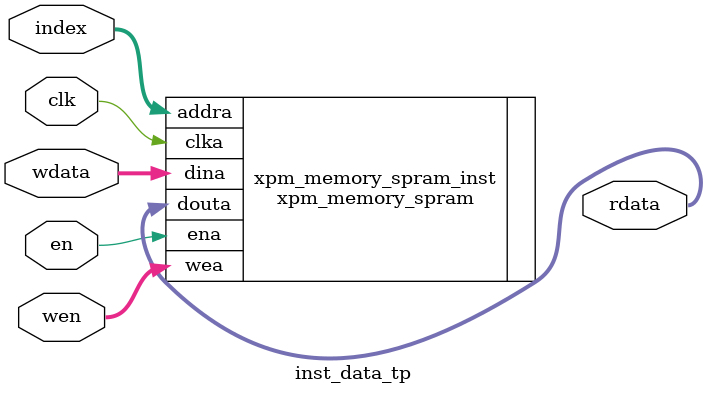
<source format=v>
`timescale 1ns / 1ps
module inst_data_tp#(
    parameter LINE  = 128,
    parameter BLOCK = 8
)(
    input                     clk  ,
    input                     en   ,
    input  [4*BLOCK-1     :0] wen  ,
    input  [$clog2(LINE)-1:0] index,
    input  [32*BLOCK-1    :0] wdata,
    output [32*BLOCK-1    :0] rdata
);
    xpm_memory_spram #(
        .ADDR_WIDTH_A       ($clog2(LINE)   ),
        .AUTO_SLEEP_TIME    (0              ),
        .BYTE_WRITE_WIDTH_A (8              ),
        .CASCADE_HEIGHT     (0              ),
        .ECC_MODE           ("no_ecc"       ),
        .MEMORY_INIT_FILE   ("none"         ),
        .MEMORY_INIT_PARAM  ("0"            ),
        .MEMORY_OPTIMIZATION("true"         ),
        .MEMORY_PRIMITIVE   ("auto"         ),
        .MEMORY_SIZE        (32*BLOCK*LINE  ),
        .MESSAGE_CONTROL    (0              ),
        .READ_DATA_WIDTH_A  (32*BLOCK       ),
        .READ_LATENCY_A     (1              ),
        .READ_RESET_VALUE_A ("0"            ),
        .RST_MODE_A         ("SYNC"         ),
        .SIM_ASSERT_CHK     (0              ),
        .USE_MEM_INIT       (0              ),
        .WAKEUP_TIME        ("disable_sleep"),
        .WRITE_DATA_WIDTH_A (32*BLOCK       ),
        .WRITE_MODE_A       ("read_first"   )
    )
    xpm_memory_spram_inst (
        .douta(rdata),
        .addra(index),
        .clka (clk  ),
        .dina (wdata),
        .ena  (en   ),
        .wea  (wen  )
    );
endmodule

</source>
